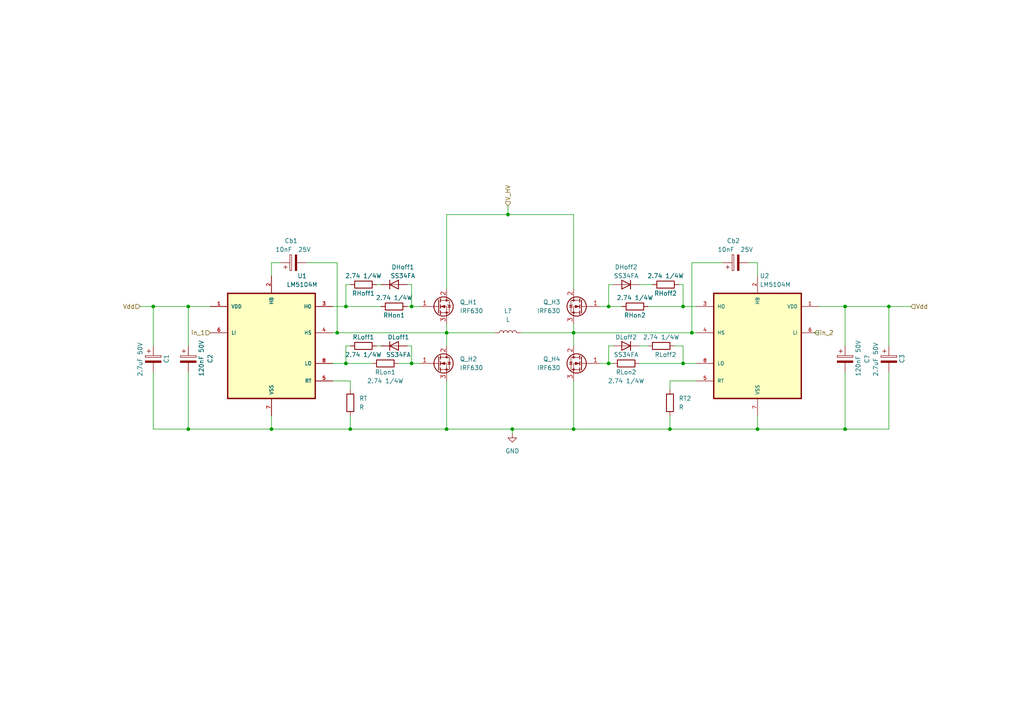
<source format=kicad_sch>
(kicad_sch (version 20211123) (generator eeschema)
  (paper "A4")
  (lib_symbols
    (symbol "Device:C_Polarized" (pin_numbers hide) (pin_names (offset 0.254))
      (property "Reference" "C" (at 0.635 2.54 0))
      (property "Value" "C_Polarized" (at 0.635 -2.54 0))
      (symbol "C_Polarized_0_1"
        (rectangle (start -2.286 0.508) (end 2.286 1.016))
        (polyline (pts (xy -1.778 2.286) (xy -0.762 2.286)))
        (polyline (pts (xy -1.27 2.794) (xy -1.27 1.778)))
        (rectangle (start 2.286 -0.508) (end -2.286 -1.016) (fill (type outline)))
      )
      (symbol "C_Polarized_1_1"
        (pin passive line (at 0 3.81 270) (length 2.794) (name "~") (number "1"))
        (pin passive line (at 0 -3.81 90) (length 2.794) (name "~") (number "2"))
      )
    )
    (symbol "Device:D" (pin_numbers hide) (pin_names (offset 1.016) hide)
      (property "Reference" "D" (at 0 2.54 0))
      (property "Value" "D" (at 0 -2.54 0))
      (symbol "D_0_1"
        (polyline (pts (xy -1.27 1.27) (xy -1.27 -1.27)) (stroke (width 0.254)))
        (polyline (pts (xy 1.27 0) (xy -1.27 0)))
        (polyline (pts (xy 1.27 1.27) (xy 1.27 -1.27) (xy -1.27 0) (xy 1.27 1.27)) (stroke (width 0.254)))
      )
      (symbol "D_1_1"
        (pin passive line (at -3.81 0 0) (length 2.54) (name "K") (number "1"))
        (pin passive line (at 3.81 0 180) (length 2.54) (name "A") (number "2"))
      )
    )
    (symbol "Device:L" (pin_numbers hide) (pin_names (offset 1.016) hide)
      (property "Reference" "L" (at -1.27 0 90))
      (property "Value" "L" (at 1.905 0 90))
      (symbol "L_0_1"
        (arc (start 0 -2.54) (mid 0.635 -1.905) (end 0 -1.27))
        (arc (start 0 -1.27) (mid 0.635 -0.635) (end 0 0))
        (arc (start 0 0) (mid 0.635 0.635) (end 0 1.27))
        (arc (start 0 1.27) (mid 0.635 1.905) (end 0 2.54))
      )
      (symbol "L_1_1"
        (pin passive line (at 0 3.81 270) (length 1.27) (name "1") (number "1"))
        (pin passive line (at 0 -3.81 90) (length 1.27) (name "2") (number "2"))
      )
    )
    (symbol "Device:Q_NMOS_GDS" (pin_names (offset 0) hide)
      (property "Reference" "Q" (at 5.08 1.27 0))
      (property "Value" "Q_NMOS_GDS" (at 5.08 -1.27 0))
      (symbol "Q_NMOS_GDS_0_1"
        (polyline (pts (xy 0.254 0) (xy -2.54 0)))
        (polyline (pts (xy 0.254 1.905) (xy 0.254 -1.905)) (stroke (width 0.254)))
        (polyline (pts (xy 0.762 -1.27) (xy 0.762 -2.286)) (stroke (width 0.254)))
        (polyline (pts (xy 0.762 0.508) (xy 0.762 -0.508)) (stroke (width 0.254)))
        (polyline (pts (xy 0.762 2.286) (xy 0.762 1.27)) (stroke (width 0.254)))
        (polyline (pts (xy 2.54 2.54) (xy 2.54 1.778)))
        (polyline (pts (xy 2.54 -2.54) (xy 2.54 0) (xy 0.762 0)))
        (polyline (pts (xy 0.762 -1.778) (xy 3.302 -1.778) (xy 3.302 1.778) (xy 0.762 1.778)))
        (polyline (pts (xy 1.016 0) (xy 2.032 0.381) (xy 2.032 -0.381) (xy 1.016 0)) (fill (type outline)))
        (polyline (pts (xy 2.794 0.508) (xy 2.921 0.381) (xy 3.683 0.381) (xy 3.81 0.254)))
        (polyline (pts (xy 3.302 0.381) (xy 2.921 -0.254) (xy 3.683 -0.254) (xy 3.302 0.381)))
        (circle (center 1.651 0) (radius 2.794) (stroke (width 0.254)))
        (circle (center 2.54 -1.778) (radius 0.254) (fill (type outline)))
        (circle (center 2.54 1.778) (radius 0.254) (fill (type outline)))
      )
      (symbol "Q_NMOS_GDS_1_1"
        (pin input line (at -5.08 0 0) (length 2.54) (name "G") (number "1"))
        (pin passive line (at 2.54 5.08 270) (length 2.54) (name "D") (number "2"))
        (pin passive line (at 2.54 -5.08 90) (length 2.54) (name "S") (number "3"))
      )
    )
    (symbol "Device:R" (pin_numbers hide) (pin_names (offset 0))
      (property "Reference" "R" (at 2.032 0 90))
      (property "Value" "R" (at 0 0 90))
      (symbol "R_0_1"
        (rectangle (start -1.016 -2.54) (end 1.016 2.54) (stroke (width 0.254)))
      )
      (symbol "R_1_1"
        (pin passive line (at 0 3.81 270) (length 1.27) (name "~") (number "1"))
        (pin passive line (at 0 -3.81 90) (length 1.27) (name "~") (number "2"))
      )
    )
    (symbol "LM5104M:LM5104M" (pin_names (offset 1.016))
      (property "Reference" "U1" (at 8.89 20.32 0))
      (property "Value" "LM5104M" (at 8.89 17.78 0))
      (symbol "LM5104M_0_0"
        (rectangle (start -12.7 -15.24) (end 12.7 15.24) (stroke (width 0.4064)) (fill (type background)))
        (pin power_in line (at -17.78 11.43 0) (length 5.08) (name "VDD") (number "1"))
        (pin bidirectional line (at 0 20.32 270) (length 5.08) (name "HB") (number "2"))
        (pin output line (at 17.78 11.43 180) (length 5.08) (name "HO") (number "3"))
        (pin bidirectional line (at 17.78 3.81 180) (length 5.08) (name "HS") (number "4"))
        (pin input line (at 17.78 -10.16 180) (length 5.08) (name "RT") (number "5"))
        (pin input line (at -17.78 3.81 0) (length 5.08) (name "LI") (number "6"))
        (pin power_in line (at 0 -20.32 90) (length 5.08) (name "VSS") (number "7"))
        (pin output line (at 17.78 -5.08 180) (length 5.08) (name "LO") (number "8"))
      )
    )
    (symbol "power:GND" (power) (pin_names (offset 0))
      (property "Value" "GND" (at 0 -3.81 0))
      (symbol "GND_0_1"
        (polyline (pts (xy 0 0) (xy 0 -1.27) (xy 1.27 -1.27) (xy 0 -2.54) (xy -1.27 -1.27) (xy 0 -1.27)))
      )
      (symbol "GND_1_1"
        (pin power_in line (at 0 0 270) (length 0) hide (name "GND") (number "1"))
      )
    )
  )
  (junction (at 100.33 105.41))
  (junction (at 245.11 88.9))
  (junction (at 166.37 124.46))
  (junction (at 44.45 88.9))
  (junction (at 245.11 124.46))
  (junction (at 200.66 96.52))
  (junction (at 176.53 88.9))
  (junction (at 78.74 124.46))
  (junction (at 54.61 124.46))
  (junction (at 129.54 96.52))
  (junction (at 147.32 62.23))
  (junction (at 198.12 88.9))
  (junction (at 219.71 124.46))
  (junction (at 257.81 88.9))
  (junction (at 129.54 124.46))
  (junction (at 148.59 124.46))
  (junction (at 166.37 96.52))
  (junction (at 101.6 124.46))
  (junction (at 97.79 96.52))
  (junction (at 100.33 88.9))
  (junction (at 194.31 124.46))
  (junction (at 54.61 88.9))
  (junction (at 176.53 105.41))
  (junction (at 198.12 105.41))
  (junction (at 119.38 88.9))
  (junction (at 119.38 105.41))
  (wire (pts (xy 101.6 100.33) (xy 100.33 100.33)))
  (wire (pts (xy 119.38 105.41) (xy 121.92 105.41)))
  (wire (pts (xy 185.42 82.55) (xy 189.23 82.55)))
  (wire (pts (xy 96.52 105.41) (xy 100.33 105.41)))
  (wire (pts (xy 147.32 59.69) (xy 147.32 62.23)))
  (wire (pts (xy 219.71 76.2) (xy 219.71 80.01)))
  (wire (pts (xy 100.33 100.33) (xy 100.33 105.41)))
  (wire (pts (xy 96.52 110.49) (xy 101.6 110.49)))
  (wire (pts (xy 101.6 124.46) (xy 129.54 124.46)))
  (wire (pts (xy 194.31 120.65) (xy 194.31 124.46)))
  (wire (pts (xy 148.59 124.46) (xy 148.59 125.73)))
  (wire (pts (xy 200.66 96.52) (xy 201.93 96.52)))
  (wire (pts (xy 198.12 100.33) (xy 198.12 105.41)))
  (wire (pts (xy 88.9 76.2) (xy 97.79 76.2)))
  (wire (pts (xy 119.38 88.9) (xy 121.92 88.9)))
  (wire (pts (xy 110.49 100.33) (xy 109.22 100.33)))
  (wire (pts (xy 198.12 82.55) (xy 198.12 88.9)))
  (wire (pts (xy 245.11 107.95) (xy 245.11 124.46)))
  (wire (pts (xy 177.8 100.33) (xy 176.53 100.33)))
  (wire (pts (xy 166.37 96.52) (xy 166.37 100.33)))
  (wire (pts (xy 176.53 88.9) (xy 173.99 88.9)))
  (wire (pts (xy 100.33 105.41) (xy 107.95 105.41)))
  (wire (pts (xy 177.8 82.55) (xy 176.53 82.55)))
  (wire (pts (xy 129.54 96.52) (xy 143.51 96.52)))
  (wire (pts (xy 177.8 105.41) (xy 176.53 105.41)))
  (wire (pts (xy 245.11 88.9) (xy 245.11 100.33)))
  (wire (pts (xy 96.52 88.9) (xy 100.33 88.9)))
  (wire (pts (xy 194.31 110.49) (xy 194.31 113.03)))
  (wire (pts (xy 101.6 110.49) (xy 101.6 113.03)))
  (wire (pts (xy 97.79 96.52) (xy 129.54 96.52)))
  (wire (pts (xy 166.37 110.49) (xy 166.37 124.46)))
  (wire (pts (xy 257.81 124.46) (xy 257.81 107.95)))
  (wire (pts (xy 209.55 76.2) (xy 200.66 76.2)))
  (wire (pts (xy 44.45 88.9) (xy 54.61 88.9)))
  (wire (pts (xy 118.11 88.9) (xy 119.38 88.9)))
  (wire (pts (xy 151.13 96.52) (xy 166.37 96.52)))
  (wire (pts (xy 78.74 76.2) (xy 81.28 76.2)))
  (wire (pts (xy 201.93 110.49) (xy 194.31 110.49)))
  (wire (pts (xy 176.53 82.55) (xy 176.53 88.9)))
  (wire (pts (xy 96.52 96.52) (xy 97.79 96.52)))
  (wire (pts (xy 166.37 96.52) (xy 200.66 96.52)))
  (wire (pts (xy 147.32 62.23) (xy 166.37 62.23)))
  (wire (pts (xy 195.58 100.33) (xy 198.12 100.33)))
  (wire (pts (xy 176.53 100.33) (xy 176.53 105.41)))
  (wire (pts (xy 101.6 120.65) (xy 101.6 124.46)))
  (wire (pts (xy 176.53 105.41) (xy 173.99 105.41)))
  (wire (pts (xy 245.11 88.9) (xy 257.81 88.9)))
  (wire (pts (xy 201.93 105.41) (xy 198.12 105.41)))
  (wire (pts (xy 110.49 82.55) (xy 109.22 82.55)))
  (wire (pts (xy 198.12 88.9) (xy 201.93 88.9)))
  (wire (pts (xy 78.74 76.2) (xy 78.74 80.01)))
  (wire (pts (xy 166.37 62.23) (xy 166.37 83.82)))
  (wire (pts (xy 54.61 124.46) (xy 78.74 124.46)))
  (wire (pts (xy 44.45 124.46) (xy 44.45 107.95)))
  (wire (pts (xy 115.57 105.41) (xy 119.38 105.41)))
  (wire (pts (xy 100.33 88.9) (xy 110.49 88.9)))
  (wire (pts (xy 54.61 88.9) (xy 54.61 100.33)))
  (wire (pts (xy 101.6 82.55) (xy 100.33 82.55)))
  (wire (pts (xy 187.96 88.9) (xy 198.12 88.9)))
  (wire (pts (xy 118.11 100.33) (xy 119.38 100.33)))
  (wire (pts (xy 166.37 93.98) (xy 166.37 96.52)))
  (wire (pts (xy 129.54 110.49) (xy 129.54 124.46)))
  (wire (pts (xy 148.59 124.46) (xy 166.37 124.46)))
  (wire (pts (xy 54.61 124.46) (xy 44.45 124.46)))
  (wire (pts (xy 119.38 100.33) (xy 119.38 105.41)))
  (wire (pts (xy 129.54 62.23) (xy 129.54 83.82)))
  (wire (pts (xy 257.81 88.9) (xy 264.16 88.9)))
  (wire (pts (xy 219.71 124.46) (xy 194.31 124.46)))
  (wire (pts (xy 257.81 100.33) (xy 257.81 88.9)))
  (wire (pts (xy 129.54 96.52) (xy 129.54 100.33)))
  (wire (pts (xy 54.61 107.95) (xy 54.61 124.46)))
  (wire (pts (xy 60.96 88.9) (xy 54.61 88.9)))
  (wire (pts (xy 78.74 120.65) (xy 78.74 124.46)))
  (wire (pts (xy 219.71 124.46) (xy 245.11 124.46)))
  (wire (pts (xy 219.71 120.65) (xy 219.71 124.46)))
  (wire (pts (xy 129.54 93.98) (xy 129.54 96.52)))
  (wire (pts (xy 196.85 82.55) (xy 198.12 82.55)))
  (wire (pts (xy 40.64 88.9) (xy 44.45 88.9)))
  (wire (pts (xy 129.54 62.23) (xy 147.32 62.23)))
  (wire (pts (xy 100.33 82.55) (xy 100.33 88.9)))
  (wire (pts (xy 166.37 124.46) (xy 194.31 124.46)))
  (wire (pts (xy 97.79 76.2) (xy 97.79 96.52)))
  (wire (pts (xy 185.42 100.33) (xy 187.96 100.33)))
  (wire (pts (xy 237.49 96.52) (xy 236.22 96.52)))
  (wire (pts (xy 119.38 82.55) (xy 119.38 88.9)))
  (wire (pts (xy 237.49 88.9) (xy 245.11 88.9)))
  (wire (pts (xy 185.42 105.41) (xy 198.12 105.41)))
  (wire (pts (xy 180.34 88.9) (xy 176.53 88.9)))
  (wire (pts (xy 200.66 76.2) (xy 200.66 96.52)))
  (wire (pts (xy 217.17 76.2) (xy 219.71 76.2)))
  (wire (pts (xy 129.54 124.46) (xy 148.59 124.46)))
  (wire (pts (xy 118.11 82.55) (xy 119.38 82.55)))
  (wire (pts (xy 245.11 124.46) (xy 257.81 124.46)))
  (wire (pts (xy 78.74 124.46) (xy 101.6 124.46)))
  (wire (pts (xy 44.45 100.33) (xy 44.45 88.9)))
  (hierarchical_label "in_1" (shape input) (at 60.96 96.52 180))
  (hierarchical_label "Vdd" (shape input) (at 264.16 88.9 0))
  (hierarchical_label "V_HV" (shape input) (at 147.32 59.69 90))
  (hierarchical_label "in_2" (shape input) (at 236.22 96.52 0))
  (hierarchical_label "Vdd" (shape input) (at 40.64 88.9 180))
  (symbol (lib_id "Device:C_Polarized") (at 44.45 104.14 0) (unit 1)
    (property "Reference" "C1" (at 48.26 105.41 90) (effects (justify left)))
    (property "Value" "2.7uF 50V" (at 40.64 109.22 90) (effects (justify left)))
  )
  (symbol (lib_id "Device:R") (at 105.41 100.33 90) (unit 1)
    (property "Reference" "RLoff1" (at 105.41 97.79 90))
    (property "Value" " 2.74 1{slash}4W" (at 105.41 102.87 90))
  )
  (symbol (lib_id "Device:R") (at 184.15 88.9 90) (unit 1)
    (property "Reference" "RHon2" (at 184.15 91.44 90))
    (property "Value" " 2.74 1{slash}4W" (at 184.15 86.36 90))
  )
  (symbol (lib_id "Device:R") (at 111.76 105.41 90) (unit 1)
    (property "Reference" "RLon1" (at 111.76 107.95 90))
    (property "Value" " 2.74 1{slash}4W" (at 111.76 110.49 90))
  )
  (symbol (lib_id "Device:C_Polarized") (at 257.81 104.14 0) (unit 1)
    (property "Reference" "C3" (at 261.62 105.41 90) (effects (justify left)))
    (property "Value" "2.7uF 50V" (at 254 109.22 90) (effects (justify left)))
  )
  (symbol (lib_id "Device:C_Polarized") (at 245.11 104.14 0) (unit 1)
    (property "Reference" "C?" (at 251.46 105.41 90) (effects (justify left)))
    (property "Value" "120nF 50V" (at 248.92 109.22 90) (effects (justify left)))
  )
  (symbol (lib_id "Device:D") (at 114.3 100.33 0) (unit 1)
    (property "Reference" "DLoff1" (at 115.57 97.79 0))
    (property "Value" "SS34FA" (at 115.57 102.87 0))
    (property "Datasheet" "https://www.sigmaelectronica.net/wp-content/uploads/2020/09/SS36FA_D-1658868.pdf" (effects hide))
  )
  (symbol (lib_id "LM5104M:LM5104M") (at 78.74 100.33 0) (unit 1)
    (property "Reference" "U1" (at 87.63 80.01 0))
    (property "Value" "LM5104M" (at 87.63 82.55 0))
    (property "Footprint" "SOIC127P599X175-8N" (effects hide))
    (property "Datasheet" "https://www.ti.com/lit/ds/symlink/lm5104.pdf?ts=1652139715416&ref_url=https%253A%252F%252Fwww.ti.com%252Fproduct%252FLM5104%253FkeyMatch%253DLM5104%2526tisearch%253Dsearch-everything%2526usecase%253DGPN" (effects hide))
  )
  (symbol (lib_id "Device:R") (at 101.6 116.84 0) (unit 1)
    (property "Reference" "RT" (at 104.14 115.5699 0) (effects (justify left)))
    (property "Value" "R" (at 104.14 118.1099 0) (effects (justify left)))
  )
  (symbol (lib_id "Device:C_Polarized") (at 85.09 76.2 90) (unit 1)
    (property "Reference" "Cb1" (at 86.36 69.85 90) (effects (justify left)))
    (property "Value" "10nF  25V" (at 90.17 72.39 90) (effects (justify left)))
  )
  (symbol (lib_id "Device:C_Polarized") (at 213.36 76.2 90) (unit 1)
    (property "Reference" "Cb2" (at 214.63 69.85 90) (effects (justify left)))
    (property "Value" "10nF  25V" (at 218.44 72.39 90) (effects (justify left)))
  )
  (symbol (lib_id "Device:R") (at 191.77 100.33 90) (unit 1)
    (property "Reference" "RLoff2" (at 193.04 102.87 90))
    (property "Value" " 2.74 1{slash}4W" (at 191.77 97.79 90))
  )
  (symbol (lib_id "Device:Q_NMOS_GDS") (at 127 105.41 0) (unit 1)
    (property "Reference" "Q_H2" (at 133.35 104.1399 0) (effects (justify left)))
    (property "Value" "IRF630" (at 133.35 106.6799 0) (effects (justify left)))
    (property "Datasheet" "https://www.sigmaelectronica.net/manuals/irf630.pdf" (effects hide))
  )
  (symbol (lib_id "power:GND") (at 148.59 125.73 0) (mirror y) (unit 1)
    (property "Reference" "#PWR?" (effects hide))
    (property "Value" "GND" (at 148.59 130.81 0))
  )
  (symbol (lib_id "Device:R") (at 193.04 82.55 90) (unit 1)
    (property "Reference" "RHoff2" (at 193.04 85.09 90))
    (property "Value" " 2.74 1{slash}4W" (at 193.04 80.01 90))
  )
  (symbol (lib_id "Device:R") (at 181.61 105.41 90) (unit 1)
    (property "Reference" "RLon2" (at 181.61 107.95 90))
    (property "Value" " 2.74 1{slash}4W" (at 181.61 110.49 90))
  )
  (symbol (lib_id "Device:R") (at 194.31 116.84 0) (mirror y) (unit 1)
    (property "Reference" "RT2" (at 196.85 115.5699 0) (effects (justify right)))
    (property "Value" "R" (at 196.85 118.1099 0) (effects (justify right)))
  )
  (symbol (lib_id "Device:C_Polarized") (at 54.61 104.14 0) (unit 1)
    (property "Reference" "C2" (at 60.96 105.41 90) (effects (justify left)))
    (property "Value" "120nF 50V" (at 58.42 109.22 90) (effects (justify left)))
  )
  (symbol (lib_id "Device:Q_NMOS_GDS") (at 168.91 105.41 0) (mirror y) (unit 1)
    (property "Reference" "Q_H4" (at 162.56 104.1399 0) (effects (justify left)))
    (property "Value" "IRF630" (at 162.56 106.6799 0) (effects (justify left)))
    (property "Datasheet" "https://www.sigmaelectronica.net/manuals/irf630.pdf" (effects hide))
  )
  (symbol (lib_id "Device:R") (at 114.3 88.9 90) (unit 1)
    (property "Reference" "RHon1" (at 114.3 91.44 90))
    (property "Value" " 2.74 1{slash}4W" (at 114.3 86.36 90))
  )
  (symbol (lib_id "Device:L") (at 147.32 96.52 90) (unit 1)
    (property "Reference" "L?" (at 147.32 90.17 90))
    (property "Value" "L" (at 147.32 92.71 90))
  )
  (symbol (lib_id "Device:D") (at 181.61 100.33 0) (mirror y) (unit 1)
    (property "Reference" "DLoff2" (at 181.61 97.79 0))
    (property "Value" "SS34FA" (at 181.61 102.87 0))
    (property "Datasheet" "https://www.sigmaelectronica.net/wp-content/uploads/2020/09/SS36FA_D-1658868.pdf" (effects hide))
  )
  (symbol (lib_id "Device:Q_NMOS_GDS") (at 168.91 88.9 0) (mirror y) (unit 1)
    (property "Reference" "Q_H3" (at 162.56 87.6299 0) (effects (justify left)))
    (property "Value" "IRF630" (at 162.56 90.1699 0) (effects (justify left)))
    (property "Datasheet" "https://www.sigmaelectronica.net/manuals/irf630.pdf" (effects hide))
  )
  (symbol (lib_id "LM5104M:LM5104M") (at 219.71 100.33 0) (mirror y) (unit 1)
    (property "Reference" "U2" (at 220.3703 80.01 0) (effects (justify right)))
    (property "Value" "LM5104M" (at 220.3703 82.55 0) (effects (justify right)))
    (property "Footprint" "SOIC127P599X175-8N" (effects hide))
    (property "Datasheet" "https://www.ti.com/lit/ds/symlink/lm5104.pdf?ts=1652139715416&ref_url=https%253A%252F%252Fwww.ti.com%252Fproduct%252FLM5104%253FkeyMatch%253DLM5104%2526tisearch%253Dsearch-everything%2526usecase%253DGPN" (effects hide))
  )
  (symbol (lib_id "Device:D") (at 114.3 82.55 0) (unit 1)
    (property "Reference" "DHoff1" (at 116.84 77.47 0))
    (property "Value" "SS34FA" (at 116.84 80.01 0))
    (property "Datasheet" "https://www.sigmaelectronica.net/wp-content/uploads/2020/09/SS36FA_D-1658868.pdf" (effects hide))
  )
  (symbol (lib_id "Device:D") (at 181.61 82.55 0) (mirror y) (unit 1)
    (property "Reference" "DHoff2" (at 181.61 77.47 0))
    (property "Value" "SS34FA" (at 181.61 80.01 0))
    (property "Datasheet" "https://www.sigmaelectronica.net/wp-content/uploads/2020/09/SS36FA_D-1658868.pdf" (effects hide))
  )
  (symbol (lib_id "Device:Q_NMOS_GDS") (at 127 88.9 0) (unit 1)
    (property "Reference" "Q_H1" (at 133.35 87.6299 0) (effects (justify left)))
    (property "Value" "IRF630" (at 133.35 90.1699 0) (effects (justify left)))
    (property "Datasheet" "https://www.sigmaelectronica.net/manuals/irf630.pdf" (effects hide))
  )
  (symbol (lib_id "Device:R") (at 105.41 82.55 90) (unit 1)
    (property "Reference" "RHoff1" (at 105.41 85.09 90))
    (property "Value" " 2.74 1{slash}4W" (at 105.41 80.01 90))
  )
)
</source>
